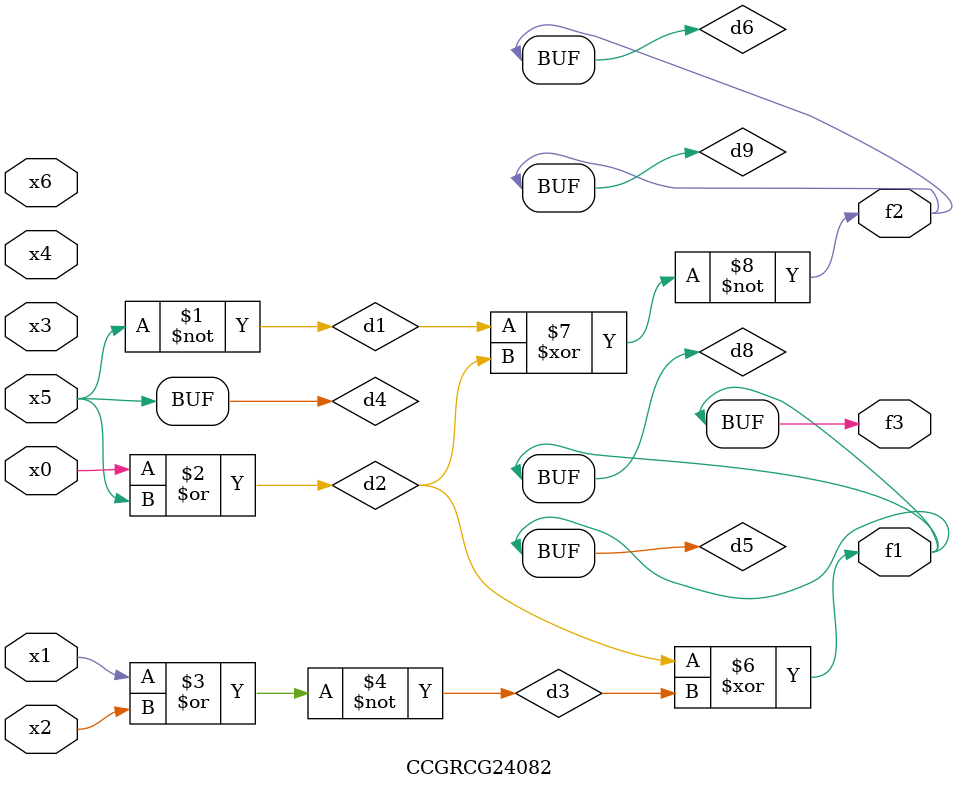
<source format=v>
module CCGRCG24082(
	input x0, x1, x2, x3, x4, x5, x6,
	output f1, f2, f3
);

	wire d1, d2, d3, d4, d5, d6, d7, d8, d9;

	nand (d1, x5);
	or (d2, x0, x5);
	nor (d3, x1, x2);
	xnor (d4, d1);
	xor (d5, d2, d3);
	xnor (d6, d1, d2);
	not (d7, x4);
	buf (d8, d5);
	xor (d9, d6);
	assign f1 = d8;
	assign f2 = d9;
	assign f3 = d8;
endmodule

</source>
